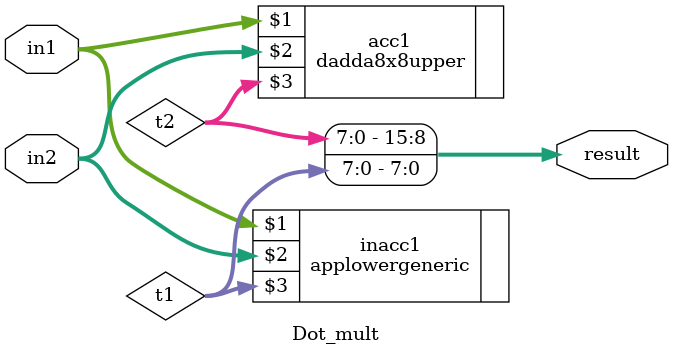
<source format=v>
`timescale 1ns / 1ps
module Dot_mult#(parameter H=8)(in1, in2, result);

input [H-1:0] in1,in2;
output [(2*H)-1:0] result;
wire [H-1:0] t1,t2;


applowergeneric inacc1(in1,in2,t1);
dadda8x8upper acc1(in1,in2,t2);

assign result= {t2,t1};

endmodule
</source>
